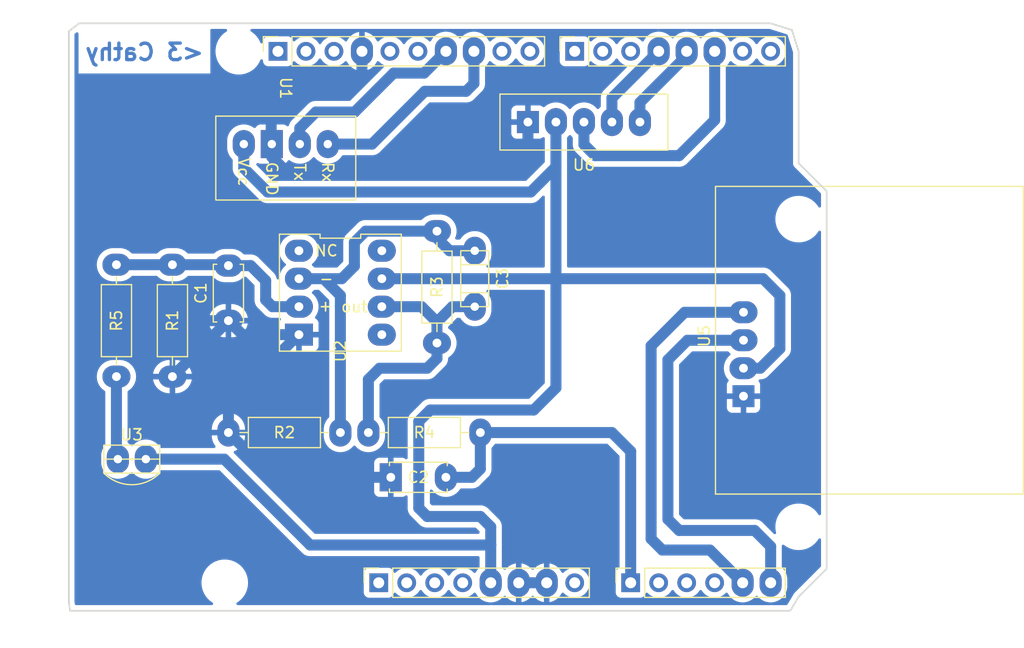
<source format=kicad_pcb>
(kicad_pcb (version 20211014) (generator pcbnew)
  (title_block (date "mar. 31 mars 2015"))
  (layers (0 "F.Cu" signal) (31 "B.Cu" signal) (34 "B.Paste" user) (35 "F.Paste" user) (36 "B.SilkS" user "B.Silkscreen") (37 "F.SilkS" user "F.Silkscreen") (38 "B.Mask" user) (39 "F.Mask" user) (44 "Edge.Cuts" user))
  (net 0 "")
  (net 1 "GND")
  (net 3 "+5V")
  (net 4 "/IOREF")
  (net 5 "/A0")
  (net 6 "/A1")
  (net 7 "/A2")
  (net 8 "/A3")
  (net 9 "/SDA{slash}A4")
  (net 10 "/SCL{slash}A5")
  (net 11 "/13")
  (net 12 "/12")
  (net 13 "/AREF")
  (net 14 "/8")
  (net 15 "/7")
  (net 16 "/*11")
  (net 17 "/*10")
  (net 18 "/*9")
  (net 19 "Net-(C1-Pad2)")
  (net 20 "/2")
  (net 21 "/*6")
  (net 22 "/*5")
  (net 23 "/TX{slash}1")
  (net 24 "Net-(C3-Pad2)")
  (net 25 "/RX{slash}0")
  (net 26 "+3V3")
  (net 27 "VCC")
  (net 28 "/~{RESET}")
  (net 29 "Net-(C3-Pad1)")
  (net 30 "Net-(R5-Pad1)")
  (net 34 "/A4")
  (net 35 "/A5")
  (net 36 "/*4")
  (net 37 "/*3")
  (footprint "Connector_PinSocket_2.54mm:PinSocket_1x08_P2.54mm_Vertical" (layer "F.Cu") (at 127.94 97.46 90)
    (fp_text reference "J1" hide)
    (fp_text value "Power")
    (fp_line (start -1.33 19.11) (end 1.33 19.11) (layer "F.SilkS") (width 0.12))
    (fp_line (start 1.33 1.27) (end 1.33 19.11) (layer "F.SilkS") (width 0.12))
    (fp_line (start -1.33 1.27) (end 1.33 1.27) (layer "F.SilkS") (width 0.12))
    (fp_line (start 0 -1.33) (end 1.33 -1.33) (layer "F.SilkS") (width 0.12))
    (fp_line (start 1.33 -1.33) (end 1.33 0) (layer "F.SilkS") (width 0.12))
    (fp_line (start -1.33 1.27) (end -1.33 19.11) (layer "F.SilkS") (width 0.12))
    (pad "1" thru_hole rect locked (at 0 0 90) (size 1.7 1.7) (drill 1) (layers *.Cu *.Mask))
    (pad "2" thru_hole oval locked (at 0 2.54 90) (size 1.7 1.7) (drill 1) (layers *.Cu *.Mask) (net 4 "/IOREF"))
    (pad "3" thru_hole oval locked (at 0 5.08 90) (size 1.7 1.7) (drill 1) (layers *.Cu *.Mask) (net 28 "/~{RESET}"))
    (pad "4" thru_hole oval locked (at 0 7.62 90) (size 1.7 1.7) (drill 1) (layers *.Cu *.Mask) (net 26 "+3V3"))
    (pad "5" thru_hole oval locked (at 0 10.16 90) (size 2.54 2) (drill 1) (layers *.Cu *.Mask) (net 3 "+5V"))
    (pad "6" thru_hole oval locked (at 0 12.7 90) (size 2.54 2) (drill 1) (layers *.Cu *.Mask) (net 1 "GND"))
    (pad "7" thru_hole oval locked (at 0 15.24 90) (size 2.54 2) (drill 1) (layers *.Cu *.Mask) (net 1 "GND"))
    (pad "8" thru_hole oval locked (at 0 17.78 90) (size 1.7 1.7) (drill 1) (layers *.Cu *.Mask) (net 27 "VCC"))
  )
  (footprint "Connector_PinSocket_2.54mm:PinSocket_1x06_P2.54mm_Vertical" (layer "F.Cu") (at 150.8 97.46 90)
    (fp_text reference "J3" hide)
    (fp_text value "Analog")
    (fp_line (start 1.33 1.27) (end 1.33 14.03) (layer "F.SilkS") (width 0.12))
    (fp_line (start 0 -1.33) (end 1.33 -1.33) (layer "F.SilkS") (width 0.12))
    (fp_line (start -1.33 1.27) (end 1.33 1.27) (layer "F.SilkS") (width 0.12))
    (fp_line (start -1.33 1.27) (end -1.33 14.03) (layer "F.SilkS") (width 0.12))
    (fp_line (start -1.33 14.03) (end 1.33 14.03) (layer "F.SilkS") (width 0.12))
    (fp_line (start 1.33 -1.33) (end 1.33 0) (layer "F.SilkS") (width 0.12))
    (pad "1" thru_hole rect locked (at 0 0 90) (size 1.7 1.7) (drill 1) (layers *.Cu *.Mask) (net 5 "/A0"))
    (pad "2" thru_hole oval locked (at 0 2.54 90) (size 1.7 1.7) (drill 1) (layers *.Cu *.Mask) (net 6 "/A1"))
    (pad "3" thru_hole oval locked (at 0 5.08 90) (size 1.7 1.7) (drill 1) (layers *.Cu *.Mask) (net 7 "/A2"))
    (pad "4" thru_hole oval locked (at 0 7.62 90) (size 1.7 1.7) (drill 1) (layers *.Cu *.Mask) (net 8 "/A3"))
    (pad "5" thru_hole oval locked (at 0 10.16 90) (size 2.54 2) (drill 1) (layers *.Cu *.Mask) (net 34 "/A4"))
    (pad "6" thru_hole oval locked (at 0 12.7 90) (size 2.54 2) (drill 1) (layers *.Cu *.Mask) (net 35 "/A5"))
  )
  (footprint "Connector_PinSocket_2.54mm:PinSocket_1x10_P2.54mm_Vertical" (layer "F.Cu") (at 118.796 49.2 90)
    (fp_text reference "J2" hide)
    (fp_text value "Digital/PWM")
    (fp_line (start -1.33 24.19) (end 1.33 24.19) (layer "F.SilkS") (width 0.12))
    (fp_line (start -1.33 1.27) (end -1.33 24.19) (layer "F.SilkS") (width 0.12))
    (fp_line (start 1.33 -1.33) (end 1.33 0) (layer "F.SilkS") (width 0.12))
    (fp_line (start 0 -1.33) (end 1.33 -1.33) (layer "F.SilkS") (width 0.12))
    (fp_line (start 1.33 1.27) (end 1.33 24.19) (layer "F.SilkS") (width 0.12))
    (fp_line (start -1.33 1.27) (end 1.33 1.27) (layer "F.SilkS") (width 0.12))
    (pad "1" thru_hole rect locked (at 0 0 90) (size 1.7 1.7) (drill 1) (layers *.Cu *.Mask) (net 10 "/SCL{slash}A5"))
    (pad "2" thru_hole oval locked (at 0 2.54 90) (size 1.7 1.7) (drill 1) (layers *.Cu *.Mask) (net 9 "/SDA{slash}A4"))
    (pad "3" thru_hole oval locked (at 0 5.08 90) (size 1.7 1.7) (drill 1) (layers *.Cu *.Mask) (net 13 "/AREF"))
    (pad "4" thru_hole oval locked (at 0 7.62 90) (size 2.54 2) (drill 1) (layers *.Cu *.Mask) (net 1 "GND"))
    (pad "5" thru_hole oval locked (at 0 10.16 90) (size 1.7 1.7) (drill 1) (layers *.Cu *.Mask) (net 11 "/13"))
    (pad "6" thru_hole oval locked (at 0 12.7 90) (size 1.7 1.7) (drill 1) (layers *.Cu *.Mask) (net 12 "/12"))
    (pad "7" thru_hole oval locked (at 0 15.24 90) (size 2.54 2) (drill 1) (layers *.Cu *.Mask) (net 16 "/*11"))
    (pad "8" thru_hole oval locked (at 0 17.78 90) (size 2.54 2) (drill 1) (layers *.Cu *.Mask) (net 17 "/*10"))
    (pad "9" thru_hole oval locked (at 0 20.32 90) (size 1.7 1.7) (drill 1) (layers *.Cu *.Mask) (net 18 "/*9"))
    (pad "10" thru_hole oval locked (at 0 22.86 90) (size 1.7 1.7) (drill 1) (layers *.Cu *.Mask) (net 14 "/8"))
  )
  (footprint "Connector_PinSocket_2.54mm:PinSocket_1x08_P2.54mm_Vertical" (layer "F.Cu") (at 145.72 49.2 90)
    (fp_text reference "J4" hide)
    (fp_text value "Digital/PWM")
    (fp_line (start -1.33 19.11) (end 1.33 19.11) (layer "F.SilkS") (width 0.12))
    (fp_line (start -1.33 1.27) (end -1.33 19.11) (layer "F.SilkS") (width 0.12))
    (fp_line (start 0 -1.33) (end 1.33 -1.33) (layer "F.SilkS") (width 0.12))
    (fp_line (start -1.33 1.27) (end 1.33 1.27) (layer "F.SilkS") (width 0.12))
    (fp_line (start 1.33 -1.33) (end 1.33 0) (layer "F.SilkS") (width 0.12))
    (fp_line (start 1.33 1.27) (end 1.33 19.11) (layer "F.SilkS") (width 0.12))
    (pad "1" thru_hole rect locked (at 0 0 90) (size 1.7 1.7) (drill 1) (layers *.Cu *.Mask) (net 15 "/7"))
    (pad "2" thru_hole oval locked (at 0 2.54 90) (size 1.7 1.7) (drill 1) (layers *.Cu *.Mask) (net 21 "/*6"))
    (pad "3" thru_hole oval locked (at 0 5.08 90) (size 1.7 1.7) (drill 1) (layers *.Cu *.Mask) (net 22 "/*5"))
    (pad "4" thru_hole oval locked (at 0 7.62 90) (size 2.54 2) (drill 1) (layers *.Cu *.Mask) (net 36 "/*4"))
    (pad "5" thru_hole oval locked (at 0 10.16 90) (size 2.54 2) (drill 1) (layers *.Cu *.Mask) (net 37 "/*3"))
    (pad "6" thru_hole oval locked (at 0 12.7 90) (size 2.54 2) (drill 1) (layers *.Cu *.Mask) (net 20 "/2"))
    (pad "7" thru_hole oval locked (at 0 15.24 90) (size 1.7 1.7) (drill 1) (layers *.Cu *.Mask) (net 23 "/TX{slash}1"))
    (pad "8" thru_hole oval locked (at 0 17.78 90) (size 1.7 1.7) (drill 1) (layers *.Cu *.Mask) (net 25 "/RX{slash}0"))
  )
  (footprint "Resistor_THT:R_Axial_DIN0207_L6.3mm_D2.5mm_P10.16mm_Horizontal" (layer "F.Cu") (at 127 83.82)
    (fp_text reference "R4" (at 5.08 0) (layer "F.SilkS"))
    (fp_text value "1k")
    (fp_line (start 8.35 1.37) (end 8.35 -1.37) (layer "F.SilkS") (width 0.12))
    (fp_line (start 1.04 0) (end 1.81 0) (layer "F.SilkS") (width 0.12))
    (fp_line (start 9.12 0) (end 8.35 0) (layer "F.SilkS") (width 0.12))
    (fp_line (start 8.35 -1.37) (end 1.81 -1.37) (layer "F.SilkS") (width 0.12))
    (fp_line (start 1.81 -1.37) (end 1.81 1.37) (layer "F.SilkS") (width 0.12))
    (fp_line (start 1.81 1.37) (end 8.35 1.37) (layer "F.SilkS") (width 0.12))
    (pad "1" thru_hole oval (at 0 0) (size 2 2.54) (drill 0.8) (layers *.Cu *.Mask) (net 29 "Net-(C3-Pad1)"))
    (pad "2" thru_hole oval (at 10.16 0) (size 2 2.54) (drill 0.8) (layers *.Cu *.Mask) (net 5 "/A0"))
  )
  (footprint "Capacitor_THT:C_Disc_D5.0mm_W2.5mm_P5.00mm" (layer "F.Cu") (at 114.3 73.66 90)
    (fp_text reference "C1" (at 2.5 -2.5 90) (layer "F.SilkS"))
    (fp_text value "100n")
    (fp_line (start -0.12 -1.37) (end 5.12 -1.37) (layer "F.SilkS") (width 0.12))
    (fp_line (start 5.12 -1.37) (end 5.12 -1.055) (layer "F.SilkS") (width 0.12))
    (fp_line (start -0.12 1.37) (end 5.12 1.37) (layer "F.SilkS") (width 0.12))
    (fp_line (start 5.12 1.055) (end 5.12 1.37) (layer "F.SilkS") (width 0.12))
    (fp_line (start -0.12 1.055) (end -0.12 1.37) (layer "F.SilkS") (width 0.12))
    (fp_line (start -0.12 -1.37) (end -0.12 -1.055) (layer "F.SilkS") (width 0.12))
    (pad "1" thru_hole oval (at 0 0 90) (size 2 2.54) (drill 0.8) (layers *.Cu *.Mask) (net 1 "GND"))
    (pad "2" thru_hole oval (at 5 0 90) (size 2 2.54) (drill 0.8) (layers *.Cu *.Mask) (net 19 "Net-(C1-Pad2)"))
  )
  (footprint "Resistor_THT:R_Axial_DIN0207_L6.3mm_D2.5mm_P10.16mm_Horizontal" (layer "F.Cu") (at 104.14 78.74 90)
    (fp_text reference "R5" (at 5.08 0 90) (layer "F.SilkS"))
    (fp_text value "10k")
    (fp_line (start 1.04 0) (end 1.81 0) (layer "F.SilkS") (width 0.12))
    (fp_line (start 8.35 -1.37) (end 1.81 -1.37) (layer "F.SilkS") (width 0.12))
    (fp_line (start 1.81 -1.37) (end 1.81 1.37) (layer "F.SilkS") (width 0.12))
    (fp_line (start 1.81 1.37) (end 8.35 1.37) (layer "F.SilkS") (width 0.12))
    (fp_line (start 9.12 0) (end 8.35 0) (layer "F.SilkS") (width 0.12))
    (fp_line (start 8.35 1.37) (end 8.35 -1.37) (layer "F.SilkS") (width 0.12))
    (pad "1" thru_hole oval (at 0 0 90) (size 2 2.54) (drill 0.8) (layers *.Cu *.Mask) (net 30 "Net-(R5-Pad1)"))
    (pad "2" thru_hole oval (at 10.16 0 90) (size 2 2.54) (drill 0.8) (layers *.Cu *.Mask) (net 19 "Net-(C1-Pad2)"))
  )
  (footprint "Capacitor_THT:C_Disc_D5.0mm_W2.5mm_P5.00mm" (layer "F.Cu") (at 129.032 87.884)
    (fp_text reference "C2" (at 2.5 0) (layer "F.SilkS"))
    (fp_text value "100n")
    (fp_line (start 5.12 -1.37) (end 5.12 -1.055) (layer "F.SilkS") (width 0.12))
    (fp_line (start -0.12 -1.37) (end 5.12 -1.37) (layer "F.SilkS") (width 0.12))
    (fp_line (start -0.12 -1.37) (end -0.12 -1.055) (layer "F.SilkS") (width 0.12))
    (fp_line (start 5.12 1.055) (end 5.12 1.37) (layer "F.SilkS") (width 0.12))
    (fp_line (start -0.12 1.37) (end 5.12 1.37) (layer "F.SilkS") (width 0.12))
    (fp_line (start -0.12 1.055) (end -0.12 1.37) (layer "F.SilkS") (width 0.12))
    (pad "1" thru_hole rect (at 0 0) (size 2 2.54) (drill 0.8) (layers *.Cu *.Mask) (net 1 "GND"))
    (pad "2" thru_hole oval (at 5 0) (size 2 2.54) (drill 0.8) (layers *.Cu *.Mask) (net 5 "/A0"))
  )
  (footprint "Resistor_THT:R_Axial_DIN0207_L6.3mm_D2.5mm_P10.16mm_Horizontal" (layer "F.Cu") (at 114.3 83.82)
    (fp_text reference "R2" (at 5.08 0) (layer "F.SilkS"))
    (fp_text value "1k")
    (fp_line (start 8.35 -1.37) (end 1.81 -1.37) (layer "F.SilkS") (width 0.12))
    (fp_line (start 1.81 -1.37) (end 1.81 1.37) (layer "F.SilkS") (width 0.12))
    (fp_line (start 1.81 1.37) (end 8.35 1.37) (layer "F.SilkS") (width 0.12))
    (fp_line (start 8.35 1.37) (end 8.35 -1.37) (layer "F.SilkS") (width 0.12))
    (fp_line (start 1.04 0) (end 1.81 0) (layer "F.SilkS") (width 0.12))
    (fp_line (start 9.12 0) (end 8.35 0) (layer "F.SilkS") (width 0.12))
    (pad "1" thru_hole oval (at 0 0) (size 2 2.54) (drill 0.8) (layers *.Cu *.Mask) (net 1 "GND"))
    (pad "2" thru_hole oval (at 10.16 0) (size 2 2.54) (drill 0.8) (layers *.Cu *.Mask) (net 24 "Net-(C3-Pad2)"))
  )
  (footprint "Arduino_MountingHole:MountingHole_3.2mm" (layer "F.Cu") (at 115.24 49.2)
    (fp_text reference "MH1" hide)
    (fp_text value "MountingHole_3.2mm" hide)
    (pad "" np_thru_hole circle locked (at 0 0) (size 3.2 3.2) (drill 3.2) (layers *.Cu *.Mask))
  )
  (footprint "projet:Graphite" (layer "F.Cu") (at 105.537 82.423 180)
    (fp_text reference "U3" (at 0 -1.599 unlocked) (layer "F.SilkS"))
    (fp_text value "Capteur_graphite")
    (fp_line (start -2.54 -5.08) (end -2.54 -3.81) (layer "F.SilkS") (width 0.12))
    (fp_line (start -2.54 -5.08) (end 2.54 -5.08) (layer "F.SilkS") (width 0.12))
    (fp_line (start 2.54 -2.54) (end -2.54 -2.54) (layer "F.SilkS") (width 0.12))
    (fp_line (start -2.54 -3.81) (end 2.54 -3.81) (layer "F.SilkS") (width 0.12))
    (fp_line (start -2.54 -2.54) (end -2.54 -5.08) (layer "F.SilkS") (width 0.12))
    (fp_line (start 2.54 -5.08) (end 2.54 -2.54) (layer "F.SilkS") (width 0.12))
    (fp_arc (start 0 -3.81) (mid 0 -3.81) (end 0 -3.81) (layer "F.SilkS") (width 0.12))
    (fp_arc (start -2.54 -5.08) (mid 0 -6.132102) (end 2.54 -5.08) (layer "F.SilkS") (width 0.12))
    (fp_arc (start 0 -3.81) (mid 0 -3.81) (end 0 -3.81) (layer "F.SilkS") (width 0.12))
    (pad "1" thru_hole oval (at -1.27 -3.81 180) (size 2 2.54) (drill 0.762) (layers *.Cu *.Mask) (net 3 "+5V"))
    (pad "2" thru_hole oval (at 1.27 -3.81 180) (size 2 2.54) (drill 0.762) (layers *.Cu *.Mask) (net 30 "Net-(R5-Pad1)"))
  )
  (footprint "Resistor_THT:R_Axial_DIN0207_L6.3mm_D2.5mm_P10.16mm_Horizontal" (layer "F.Cu") (at 109.22 68.58 -90)
    (fp_text reference "R1" (at 5.08 0 90) (layer "F.SilkS"))
    (fp_text value "100k")
    (fp_line (start 1.04 0) (end 1.81 0) (layer "F.SilkS") (width 0.12))
    (fp_line (start 9.12 0) (end 8.35 0) (layer "F.SilkS") (width 0.12))
    (fp_line (start 8.35 1.37) (end 8.35 -1.37) (layer "F.SilkS") (width 0.12))
    (fp_line (start 8.35 -1.37) (end 1.81 -1.37) (layer "F.SilkS") (width 0.12))
    (fp_line (start 1.81 -1.37) (end 1.81 1.37) (layer "F.SilkS") (width 0.12))
    (fp_line (start 1.81 1.37) (end 8.35 1.37) (layer "F.SilkS") (width 0.12))
    (pad "1" thru_hole oval (at 0 0 270) (size 2 2.54) (drill 0.8) (layers *.Cu *.Mask) (net 19 "Net-(C1-Pad2)"))
    (pad "2" thru_hole oval (at 10.16 0 270) (size 2 2.54) (drill 0.8) (layers *.Cu *.Mask) (net 1 "GND"))
  )
  (footprint "Resistor_THT:R_Axial_DIN0207_L6.3mm_D2.5mm_P10.16mm_Horizontal" (layer "F.Cu") (at 133.223 65.532 -90)
    (fp_text reference "R3" (at 5.08 0 90) (layer "F.SilkS"))
    (fp_text value "100k")
    (fp_line (start 8.35 1.37) (end 8.35 -1.37) (layer "F.SilkS") (width 0.12))
    (fp_line (start 1.04 0) (end 1.81 0) (layer "F.SilkS") (width 0.12))
    (fp_line (start 1.81 1.37) (end 8.35 1.37) (layer "F.SilkS") (width 0.12))
    (fp_line (start 1.81 -1.37) (end 1.81 1.37) (layer "F.SilkS") (width 0.12))
    (fp_line (start 9.12 0) (end 8.35 0) (layer "F.SilkS") (width 0.12))
    (fp_line (start 8.35 -1.37) (end 1.81 -1.37) (layer "F.SilkS") (width 0.12))
    (pad "1" thru_hole oval (at 0 0 270) (size 2 2.54) (drill 0.8) (layers *.Cu *.Mask) (net 24 "Net-(C3-Pad2)"))
    (pad "2" thru_hole oval (at 10.16 0 270) (size 2 2.54) (drill 0.8) (layers *.Cu *.Mask) (net 29 "Net-(C3-Pad1)"))
  )
  (footprint "projet:OLED" (layer "F.Cu") (at 161.036 75.438 90)
    (fp_text reference "U5" (at 0.381 -3.556 90 unlocked) (layer "F.SilkS"))
    (fp_text value "OLED")
    (fp_rect (start -13.97 -2.54) (end 13.97 25.4) (layer "F.SilkS") (width 0.12) (fill none))
    (pad "1" thru_hole rect (at -5.08 0 90) (size 2 2) (drill 0.8) (layers *.Cu *.Mask) (net 1 "GND"))
    (pad "2" thru_hole oval (at -2.54 0 90) (size 2 2.54) (drill 0.8) (layers *.Cu *.Mask) (net 3 "+5V"))
    (pad "3" thru_hole oval (at 0 0 90) (size 2 2.54) (drill 0.8) (layers *.Cu *.Mask) (net 35 "/A5"))
    (pad "4" thru_hole oval (at 2.54 0 90) (size 2 2.54) (drill 0.8) (layers *.Cu *.Mask) (net 34 "/A4"))
  )
  (footprint "projet:Bluetooth_Empreinte" (layer "F.Cu") (at 120.777 52.546)
    (fp_text reference "U1" (at -1.27 0 270 unlocked) (layer "F.SilkS"))
    (fp_text value "Bluetooth_")
    (fp_text user "Vcc" (at -5.08 7.62 270 unlocked) (layer "F.SilkS"))
    (fp_text user "Tx" (at 0 7.62 270 unlocked) (layer "F.SilkS"))
    (fp_text user "GND" (at -2.54 8.226 270 unlocked) (layer "F.SilkS"))
    (fp_text user "Rx" (at 2.54 7.62 270 unlocked) (layer "F.SilkS"))
    (fp_rect (start -7.62 2.54) (end 5.08 10.16) (layer "F.SilkS") (width 0.12) (fill none))
    (pad "1" thru_hole oval (at -5.08 5.08) (size 2 2.54) (drill 0.762) (layers *.Cu *.Mask) (net 3 "+5V"))
    (pad "2" thru_hole rect (at -2.54 5.08) (size 2 2.54) (drill 0.762) (layers *.Cu *.Mask) (net 1 "GND"))
    (pad "3" thru_hole oval (at 0 5.08) (size 2 2.54) (drill 0.762) (layers *.Cu *.Mask) (net 16 "/*11"))
    (pad "4" thru_hole oval (at 2.54 5.08) (size 2 2.54) (drill 0.762) (layers *.Cu *.Mask) (net 17 "/*10"))
  )
  (footprint "projet:Encodeur" (layer "F.Cu") (at 146.558 55.626)
    (fp_text reference "U6" (at 0 3.896 unlocked) (layer "F.SilkS"))
    (fp_text value "Encodeur_Rotatif")
    (fp_rect (start -7.62 -2.54) (end 7.62 2.54) (layer "F.SilkS") (width 0.12) (fill none))
    (pad "1" thru_hole rect (at -5.08 0) (size 2 2) (drill 0.8) (layers *.Cu *.Mask) (net 1 "GND"))
    (pad "2" thru_hole oval (at -2.54 0) (size 2 2.54) (drill 0.8) (layers *.Cu *.Mask) (net 3 "+5V"))
    (pad "3" thru_hole oval (at 0 0) (size 2 2.54) (drill 0.8) (layers *.Cu *.Mask) (net 20 "/2"))
    (pad "4" thru_hole oval (at 2.54 0) (size 2 2.54) (drill 0.8) (layers *.Cu *.Mask) (net 36 "/*4"))
    (pad "5" thru_hole oval (at 5.08 0) (size 2 2.54) (drill 0.8) (layers *.Cu *.Mask) (net 37 "/*3"))
  )
  (footprint "Arduino_MountingHole:MountingHole_3.2mm" (layer "F.Cu") (at 113.97 97.46)
    (fp_text reference "MH2" hide)
    (fp_text value "MountingHole_3.2mm" hide)
    (pad "" np_thru_hole circle locked (at 0 0) (size 3.2 3.2) (drill 3.2) (layers *.Cu *.Mask))
  )
  (footprint "Arduino_MountingHole:MountingHole_3.2mm" (layer "F.Cu") (at 166.04 64.44)
    (fp_text reference "MH3" hide)
    (fp_text value "MountingHole_3.2mm" hide)
    (pad "" np_thru_hole circle locked (at 0 0) (size 3.2 3.2) (drill 3.2) (layers *.Cu *.Mask))
  )
  (footprint "projet:LTC1050" (layer "F.Cu") (at 124.46 71.12 -90)
    (fp_text reference "U2" (at 5.31 0 90) (layer "F.SilkS"))
    (fp_text value "LT1050")
    (fp_text user "+" (at 1.27 1.27 -90 unlocked) (layer "F.SilkS"))
    (fp_text user "NC" (at -3.81 1.27 unlocked) (layer "F.SilkS"))
    (fp_text user "-" (at -1.27 1.27 unlocked) (layer "F.SilkS"))
    (fp_text user "out" (at 1.27 -1.27 unlocked) (layer "F.SilkS"))
    (fp_line (start -5.31 5.53) (end 5.31 5.53) (layer "F.SilkS") (width 0.12))
    (fp_line (start 5.31 5.53) (end 5.31 -5.53) (layer "F.SilkS") (width 0.12))
    (fp_line (start 5.31 -5.53) (end -5.31 -5.53) (layer "F.SilkS") (width 0.12))
    (fp_line (start -5.31 -1.843333) (end -4.95 -1.843333) (layer "F.SilkS") (width 0.12))
    (fp_line (start -5.31 1.843333) (end -5.31 5.53) (layer "F.SilkS") (width 0.12))
    (fp_line (start -5.31 -5.53) (end -5.31 -1.843333) (layer "F.SilkS") (width 0.12))
    (fp_line (start -4.95 -1.843333) (end -4.95 1.843333) (layer "F.SilkS") (width 0.12))
    (fp_line (start -4.95 1.843333) (end -5.31 1.843333) (layer "F.SilkS") (width 0.12))
    (pad "1" thru_hole oval (at -3.81 3.76 270) (size 2 2.54) (drill 0.8) (layers *.Cu *.Mask))
    (pad "2" thru_hole oval (at -1.27 3.76 270) (size 2 2.54) (drill 0.8) (layers *.Cu *.Mask) (net 24 "Net-(C3-Pad2)"))
    (pad "3" thru_hole oval (at 1.27 3.76 270) (size 2 2.54) (drill 0.8) (layers *.Cu *.Mask) (net 19 "Net-(C1-Pad2)"))
    (pad "4" thru_hole rect (at 3.81 3.76 270) (size 2 2.54) (drill 0.8) (layers *.Cu *.Mask) (net 1 "GND"))
    (pad "5" thru_hole oval (at 3.81 -3.76 270) (size 2 2.54) (drill 0.8) (layers *.Cu *.Mask))
    (pad "6" thru_hole oval (at 1.27 -3.76 270) (size 2 2.54) (drill 0.8) (layers *.Cu *.Mask) (net 29 "Net-(C3-Pad1)"))
    (pad "7" thru_hole oval (at -1.27 -3.76 270) (size 2 2.54) (drill 0.8) (layers *.Cu *.Mask) (net 3 "+5V"))
    (pad "8" thru_hole oval (at -3.81 -3.76 270) (size 2 2.54) (drill 0.8) (layers *.Cu *.Mask))
  )
  (footprint "Arduino_MountingHole:MountingHole_3.2mm" (layer "F.Cu") (at 166.04 92.38)
    (fp_text reference "MH4" hide)
    (fp_text value "MountingHole_3.2mm" hide)
    (pad "" np_thru_hole circle locked (at 0 0) (size 3.2 3.2) (drill 3.2) (layers *.Cu *.Mask))
  )
  (footprint "projet:C1uK63" (layer "F.Cu") (at 136.652 69.85 90)
    (fp_text reference "C3" (at 0 2.528 90 unlocked) (layer "F.SilkS"))
    (fp_text value "1µ")
    (fp_line (start -1.27 -1.27) (end -1.27 1.27) (layer "F.SilkS") (width 0.12))
    (fp_line (start 1.27 1.27) (end 1.27 -1.27) (layer "F.SilkS") (width 0.12))
    (fp_line (start -1.27 1.27) (end 1.27 1.27) (layer "F.SilkS") (width 0.12))
    (fp_rect (start -2.54 -1.27) (end 2.54 1.27) (layer "F.SilkS") (width 0.12) (fill none))
    (pad "1" thru_hole oval (at -2.54 0 90) (size 2.54 2) (drill 0.762) (layers *.Cu *.Mask) (net 29 "Net-(C3-Pad1)"))
    (pad "2" thru_hole oval (at 2.54 0 90) (size 2.54 2) (drill 0.762) (layers *.Cu *.Mask) (net 24 "Net-(C3-Pad2)"))
  )
  (gr_line (start 165.43 47.272) (end 166.04 49.2) (layer "Edge.Cuts") (width 0.15))
  (gr_line (start 99.822 99.187) (end 99.822 47.371) (layer "Edge.Cuts") (width 0.15))
  (gr_line (start 99.822 99.187) (end 99.93 100) (layer "Edge.Cuts") (width 0.15))
  (gr_line (start 168.58 61.9) (end 168.58 96.19) (layer "Edge.Cuts") (width 0.15))
  (gr_line (start 165.278 100) (end 99.93 100) (layer "Edge.Cuts") (width 0.15))
  (gr_line (start 163.5 46.66) (end 165.43 47.272) (layer "Edge.Cuts") (width 0.15))
  (gr_line (start 168.58 96.19) (end 166.04 98.73) (layer "Edge.Cuts") (width 0.15))
  (gr_line (start 100.762 46.66) (end 99.822 47.371) (layer "Edge.Cuts") (width 0.15))
  (gr_line (start 166.04 49.2) (end 166.04 59.36) (layer "Edge.Cuts") (width 0.15))
  (gr_line (start 168.58 61.9) (end 166.04 59.36) (layer "Edge.Cuts") (width 0.15))
  (gr_line (start 166.04 98.73) (end 165.278 100) (layer "Edge.Cuts") (width 0.15))
  (gr_line (start 163.5 46.66) (end 100.762 46.66) (layer "Edge.Cuts") (width 0.15))
  (gr_text "<3 Cathy" (at 106.68 49.276) (layer "B.Cu") (effects (font (size 1.5 1.5) (thickness 0.3)) (justify mirror)))
  (segment (start 124.841 52.832) (end 126.416 51.257) (width 1) (layer "B.Cu") (net 1))
  (segment (start 141.478 58.42) (end 141.478 55.626) (width 1) (layer "B.Cu") (net 1))
  (segment (start 123.031 52.832) (end 124.841 52.832) (width 1) (layer "B.Cu") (net 1))
  (segment (start 140.756 97.344) (end 140.64 97.46) (width 1) (layer "B.Cu") (net 1))
  (segment (start 139.954 59.944) (end 141.478 58.42) (width 1) (layer "B.Cu") (net 1))
  (segment (start 110.62 52.832) (end 101.219 62.233) (width 1) (layer "B.Cu") (net 1))
  (segment (start 118.237 58.801) (end 119.38 59.944) (width 1) (layer "B.Cu") (net 1))
  (segment (start 119.38 59.944) (end 139.954 59.944) (width 1) (layer "B.Cu") (net 1))
  (segment (start 114.3 83.82) (end 118.364 87.884) (width 1) (layer "B.Cu") (net 1))
  (segment (start 120.7 74.93) (end 120.65 74.93) (width 1) (layer "B.Cu") (net 1))
  (segment (start 102.997 73.533) (end 107.061 73.533) (width 1) (layer "B.Cu") (net 1))
  (segment (start 123.031 52.832) (end 110.62 52.832) (width 1) (layer "B.Cu") (net 1))
  (segment (start 120.65 74.93) (end 114.3 81.28) (width 1) (layer "B.Cu") (net 1))
  (segment (start 107.188 73.66) (end 114.3 73.66) (width 1) (layer "B.Cu") (net 1))
  (segment (start 140.64 97.46) (end 143.18 97.46) (width 1) (layer "B.Cu") (net 1))
  (segment (start 107.061 73.533) (end 107.188 73.66) (width 1) (layer "B.Cu") (net 1))
  (segment (start 115.57 74.93) (end 114.3 73.66) (width 1) (layer "B.Cu") (net 1))
  (segment (start 109.22 78.74) (end 114.3 73.66) (width 1) (layer "B.Cu") (net 1))
  (segment (start 118.364 87.884) (end 129.032 87.884) (width 1) (layer "B.Cu") (net 1))
  (segment (start 118.237 57.626) (end 118.237 58.801) (width 1) (layer "B.Cu") (net 1))
  (segment (start 101.219 71.755) (end 102.997 73.533) (width 1) (layer "B.Cu") (net 1))
  (segment (start 101.219 62.233) (end 101.219 71.755) (width 1) (layer "B.Cu") (net 1))
  (segment (start 126.416 51.257) (end 126.416 49.2) (width 1) (layer "B.Cu") (net 1))
  (segment (start 120.7 74.93) (end 115.57 74.93) (width 1) (layer "B.Cu") (net 1))
  (segment (start 118.237 57.626) (end 118.18 57.569) (width 1) (layer "B.Cu") (net 1))
  (segment (start 118.18 57.569) (end 118.18 53.022) (width 1) (layer "B.Cu") (net 1))
  (segment (start 114.3 81.28) (end 114.3 83.82) (width 1) (layer "B.Cu") (net 1))
  (segment (start 144.018 55.626) (end 144.018 59.69) (width 1) (layer "B.Cu") (net 3))
  (segment (start 140.97 69.85) (end 128.22 69.85) (width 1) (layer "B.Cu") (net 3))
  (segment (start 131.572 90.678) (end 131.572 82.804) (width 1) (layer "B.Cu") (net 3))
  (segment (start 162.814 69.85) (end 140.97 69.85) (width 1) (layer "B.Cu") (net 3))
  (segment (start 132.334 91.44) (end 131.572 90.678) (width 1) (layer "B.Cu") (net 3))
  (segment (start 164.338 71.374) (end 162.814 69.85) (width 1) (layer "B.Cu") (net 3))
  (segment (start 106.807 86.233) (end 113.919 86.233) (width 1) (layer "B.Cu") (net 3))
  (segment (start 144.018 79.756) (end 142.001839 81.772161) (width 1) (layer "B.Cu") (net 3))
  (segment (start 131.572 82.804) (end 132.603839 81.772161) (width 1) (layer "B.Cu") (net 3))
  (segment (start 138.1 94.031) (end 138.1 97.46) (width 1) (layer "B.Cu") (net 3))
  (segment (start 141.732 61.976) (end 117.856 61.976) (width 1) (layer "B.Cu") (net 3))
  (segment (start 162.56 77.978) (end 164.338 76.2) (width 1) (layer "B.Cu") (net 3))
  (segment (start 138.1 94.031) (end 138.1 92.38) (width 1) (layer "B.Cu") (net 3))
  (segment (start 144.018 59.69) (end 141.732 61.976) (width 1) (layer "B.Cu") (net 3))
  (segment (start 121.717 94.031) (end 138.1 94.031) (width 1) (layer "B.Cu") (net 3))
  (segment (start 164.338 76.2) (end 164.338 71.374) (width 1) (layer "B.Cu") (net 3))
  (segment (start 113.919 86.233) (end 121.717 94.031) (width 1) (layer "B.Cu") (net 3))
  (segment (start 142.001839 81.772161) (end 132.603839 81.772161) (width 1) (layer "B.Cu") (net 3))
  (segment (start 137.16 91.44) (end 132.334 91.44) (width 1) (layer "B.Cu") (net 3))
  (segment (start 144.018 59.69) (end 144.018 79.756) (width 1) (layer "B.Cu") (net 3))
  (segment (start 161.036 77.978) (end 162.56 77.978) (width 1) (layer "B.Cu") (net 3))
  (segment (start 138.1 92.38) (end 137.16 91.44) (width 1) (layer "B.Cu") (net 3))
  (segment (start 117.856 61.976) (end 115.697 59.817) (width 1) (layer "B.Cu") (net 3))
  (segment (start 115.697 59.817) (end 115.697 57.626) (width 1) (layer "B.Cu") (net 3))
  (segment (start 137.16 83.82) (end 137.16 87.122) (width 1) (layer "B.Cu") (net 5))
  (segment (start 137.16 83.82) (end 149.098 83.82) (width 1) (layer "B.Cu") (net 5))
  (segment (start 149.098 83.82) (end 150.8 85.522) (width 1) (layer "B.Cu") (net 5))
  (segment (start 137.16 87.122) (end 136.398 87.884) (width 1) (layer "B.Cu") (net 5))
  (segment (start 136.398 87.884) (end 134.032 87.884) (width 1) (layer "B.Cu") (net 5))
  (segment (start 150.8 85.522) (end 150.8 97.46) (width 1) (layer "B.Cu") (net 5))
  (segment (start 122.236056 54.715944) (end 125.751056 54.715944) (width 1) (layer "B.Cu") (net 16))
  (segment (start 120.777 56.175) (end 122.236056 54.715944) (width 1) (layer "B.Cu") (net 16))
  (segment (start 120.777 57.626) (end 120.777 56.175) (width 1) (layer "B.Cu") (net 16))
  (segment (start 125.751056 54.715944) (end 129.286 51.181) (width 1) (layer "B.Cu") (net 16))
  (segment (start 132.055 51.181) (end 134.036 49.2) (width 1) (layer "B.Cu") (net 16))
  (segment (start 129.286 51.181) (end 132.055 51.181) (width 1) (layer "B.Cu") (net 16))
  (segment (start 132.12 52.832) (end 127.326 57.626) (width 1) (layer "B.Cu") (net 17))
  (segment (start 127.326 57.626) (end 123.317 57.626) (width 1) (layer "B.Cu") (net 17))
  (segment (start 136.576 49.2) (end 136.576 52.126) (width 1) (layer "B.Cu") (net 17))
  (segment (start 135.87 52.832) (end 132.12 52.832) (width 1) (layer "B.Cu") (net 17))
  (segment (start 136.576 52.126) (end 135.87 52.832) (width 1) (layer "B.Cu") (net 17))
  (segment (start 117.68 71.772) (end 118.298 72.39) (width 1) (layer "B.Cu") (net 19))
  (segment (start 118.298 72.39) (end 120.7 72.39) (width 1) (layer "B.Cu") (net 19))
  (segment (start 116.318 68.66) (end 117.68 70.022) (width 1) (layer "B.Cu") (net 19))
  (segment (start 114.3 68.66) (end 116.318 68.66) (width 1) (layer "B.Cu") (net 19))
  (segment (start 114.22 68.58) (end 114.3 68.66) (width 1) (layer "B.Cu") (net 19))
  (segment (start 114.3 68.66) (end 114.3 68.936) (width 1) (layer "B.Cu") (net 19))
  (segment (start 104.14 68.58) (end 109.22 68.58) (width 1) (layer "B.Cu") (net 19))
  (segment (start 109.22 68.58) (end 114.22 68.58) (width 1) (layer "B.Cu") (net 19))
  (segment (start 117.68 70.022) (end 117.68 71.772) (width 1) (layer "B.Cu") (net 19))
  (segment (start 146.558 55.626) (end 146.558 57.658) (width 1) (layer "B.Cu") (net 20))
  (segment (start 147.574 58.674) (end 155.194 58.674) (width 1) (layer "B.Cu") (net 20))
  (segment (start 146.558 57.658) (end 147.574 58.674) (width 1) (layer "B.Cu") (net 20))
  (segment (start 158.42 55.448) (end 158.42 49.2) (width 1) (layer "B.Cu") (net 20))
  (segment (start 155.194 58.674) (end 158.42 55.448) (width 1) (layer "B.Cu") (net 20))
  (segment (start 133.223 66.167) (end 134.366 67.31) (width 1) (layer "B.Cu") (net 24))
  (segment (start 125.73 66.548) (end 126.746 65.532) (width 1) (layer "B.Cu") (net 24))
  (segment (start 126.746 65.532) (end 133.223 65.532) (width 1) (layer "B.Cu") (net 24))
  (segment (start 133.223 65.532) (end 133.223 66.167) (width 1) (layer "B.Cu") (net 24))
  (segment (start 124.46 71.374) (end 124.46 72.302) (width 1) (layer "B.Cu") (net 24))
  (segment (start 120.7 69.85) (end 122.936 69.85) (width 1) (layer "B.Cu") (net 24))
  (segment (start 122.936 69.85) (end 124.587 69.85) (width 1) (layer "B.Cu") (net 24))
  (segment (start 125.73 68.707) (end 125.73 66.548) (width 1) (layer "B.Cu") (net 24))
  (segment (start 122.936 69.85) (end 124.46 71.374) (width 1) (layer "B.Cu") (net 24))
  (segment (start 134.366 67.31) (end 136.652 67.31) (width 1) (layer "B.Cu") (net 24))
  (segment (start 124.587 69.85) (end 125.73 68.707) (width 1) (layer "B.Cu") (net 24))
  (segment (start 124.46 83.82) (end 124.46 72.302) (width 1) (layer "B.Cu") (net 24))
  (segment (start 133.223 73.787) (end 134.62 72.39) (width 1) (layer "B.Cu") (net 29))
  (segment (start 132.334 77.978) (end 133.223 77.089) (width 1) (layer "B.Cu") (net 29))
  (segment (start 133.35 75.819) (end 133.223 75.692) (width 1) (layer "B.Cu") (net 29))
  (segment (start 133.223 77.089) (end 133.223 75.692) (width 1) (layer "B.Cu") (net 29))
  (segment (start 134.62 72.39) (end 136.652 72.39) (width 1) (layer "B.Cu") (net 29))
  (segment (start 127 83.82) (end 127 78.994) (width 1) (layer "B.Cu") (net 29))
  (segment (start 128.016 77.978) (end 132.334 77.978) (width 1) (layer "B.Cu") (net 29))
  (segment (start 133.223 73.787) (end 133.223 75.692) (width 1) (layer "B.Cu") (net 29))
  (segment (start 128.22 72.39) (end 131.826 72.39) (width 1) (layer "B.Cu") (net 29))
  (segment (start 127 78.994) (end 128.016 77.978) (width 1) (layer "B.Cu") (net 29))
  (segment (start 131.826 72.39) (end 133.223 73.787) (width 1) (layer "B.Cu") (net 29))
  (segment (start 104.14 86.106) (end 104.267 86.233) (width 1) (layer "B.Cu") (net 30))
  (segment (start 104.14 78.74) (end 104.14 86.106) (width 1) (layer "B.Cu") (net 30))
  (segment (start 157.988 94.488) (end 160.96 97.46) (width 1) (layer "B.Cu") (net 34))
  (segment (start 161.036 72.898) (end 155.702 72.898) (width 1) (layer "B.Cu") (net 34))
  (segment (start 153.67 94.488) (end 157.988 94.488) (width 1) (layer "B.Cu") (net 34))
  (segment (start 152.654 93.472) (end 153.67 94.488) (width 1) (layer "B.Cu") (net 34))
  (segment (start 152.654 75.946) (end 152.654 93.472) (width 1) (layer "B.Cu") (net 34))
  (segment (start 155.702 72.898) (end 152.654 75.946) (width 1) (layer "B.Cu") (net 34))
  (segment (start 163.5 94.158) (end 163.5 97.46) (width 1) (layer "B.Cu") (net 35))
  (segment (start 154.178 77.216) (end 154.178 91.694) (width 1) (layer "B.Cu") (net 35))
  (segment (start 155.956 75.438) (end 154.178 77.216) (width 1) (layer "B.Cu") (net 35))
  (segment (start 162.052 92.71) (end 163.5 94.158) (width 1) (layer "B.Cu") (net 35))
  (segment (start 154.178 91.694) (end 155.194 92.71) (width 1) (layer "B.Cu") (net 35))
  (segment (start 155.194 92.71) (end 162.052 92.71) (width 1) (layer "B.Cu") (net 35))
  (segment (start 161.036 75.438) (end 155.956 75.438) (width 1) (layer "B.Cu") (net 35))
  (segment (start 149.098 55.626) (end 149.098 53.442) (width 1) (layer "B.Cu") (net 36))
  (segment (start 149.098 53.442) (end 153.34 49.2) (width 1) (layer "B.Cu") (net 36))
  (segment (start 155.88 49.606) (end 155.88 49.2) (width 1) (layer "B.Cu") (net 37))
  (segment (start 151.638 55.626) (end 151.638 53.848) (width 1) (layer "B.Cu") (net 37))
  (segment (start 151.638 53.848) (end 155.88 49.606) (width 1) (layer "B.Cu") (net 37))
  (zone (net 1) (net_name "GND") (layer "B.Cu") (connect_pads (clearance 0.508)) (min_thickness 0.254) (fill yes (thermal_gap 0.508) (thermal_bridge_width 0.508))
    (polygon (pts (xy 172.847 103.378) (xy 96.393 103.251) (xy 98.552 44.831) (xy 170.688 44.577)))
  )
)
</source>
